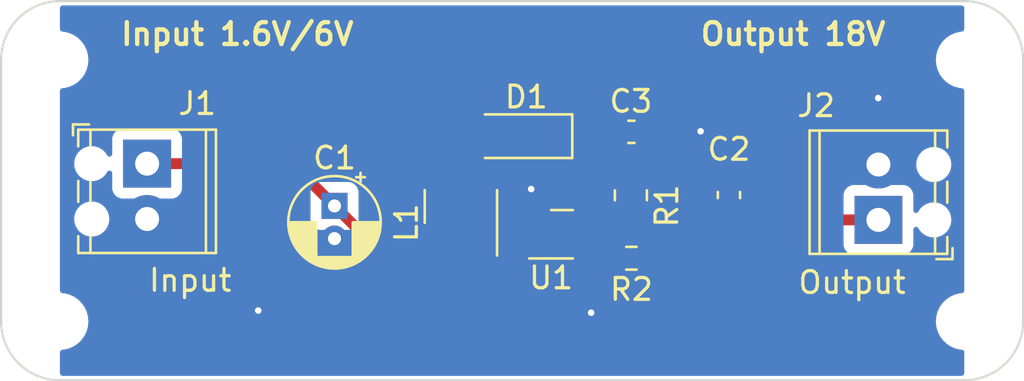
<source format=kicad_pcb>
(kicad_pcb (version 20221018) (generator pcbnew)
  (layers (0 "F.Cu" signal) (31 "B.Cu" power) (34 "B.Paste" user) (35 "F.Paste" user) (36 "B.SilkS" user "B.Silkscreen") (37 "F.SilkS" user "F.Silkscreen") (38 "B.Mask" user) (39 "F.Mask" user) (44 "Edge.Cuts" user))
  (net 0 "")
  (net 1 "VCC")
  (net 2 "GND")
  (net 3 "+18V")
  (net 4 "Net-(U1-FB)")
  (net 5 "Net-(D1-A)")
  (footprint "TerminalBlock_Phoenix:TerminalBlock_Phoenix_MPT-0,5-2-2.54_1x02_P2.54mm_Horizontal" (layer "F.Cu") (at 136 92.26 -90)
    (fp_text reference "J1" (at -2.76 -2.3) (layer "F.SilkS"))
    (fp_text value "Input" hide)
    (fp_line (start -1.8 2.66) (end -1.8 3.4) (stroke (width 0.12)) (layer "F.SilkS"))
    (fp_line (start -1.8 3.4) (end -1.3 3.4) (stroke (width 0.12)) (layer "F.SilkS"))
    (fp_line (start -1.56 -3.16) (end -1.56 3.16) (stroke (width 0.12)) (layer "F.SilkS"))
    (fp_line (start -1.56 -3.16) (end 4.1 -3.16) (stroke (width 0.12)) (layer "F.SilkS"))
    (fp_line (start -1.56 -2.7) (end 4.1 -2.7) (stroke (width 0.12)) (layer "F.SilkS"))
    (fp_line (start -1.56 2.6) (end -0.79 2.6) (stroke (width 0.12)) (layer "F.SilkS"))
    (fp_line (start -1.56 3.16) (end -0.79 3.16) (stroke (width 0.12)) (layer "F.SilkS"))
    (fp_line (start 0.79 2.6) (end 1.75 2.6) (stroke (width 0.12)) (layer "F.SilkS"))
    (fp_line (start 0.79 3.16) (end 1.75 3.16) (stroke (width 0.12)) (layer "F.SilkS"))
    (fp_line (start 3.33 2.6) (end 4.1 2.6) (stroke (width 0.12)) (layer "F.SilkS"))
    (fp_line (start 3.33 3.16) (end 4.1 3.16) (stroke (width 0.12)) (layer "F.SilkS"))
    (fp_line (start 4.1 -3.16) (end 4.1 3.16) (stroke (width 0.12)) (layer "F.SilkS"))
    (pad "" np_thru_hole circle (at 0 2.54 270) (size 1.1 1.1) (drill 1.1) (layers "*.Cu" "*.Mask"))
    (pad "" np_thru_hole circle (at 2.54 2.54 270) (size 1.1 1.1) (drill 1.1) (layers "*.Cu" "*.Mask"))
    (pad "1" thru_hole rect (at 0 0 270) (size 2.2 2.2) (drill 1.1) (layers "*.Cu" "*.Mask") (net 1 "VCC"))
    (pad "2" thru_hole circle (at 2.54 0 270) (size 2.2 2.2) (drill 1.1) (layers "*.Cu" "*.Mask") (net 2 "GND"))
  )
  (footprint "Capacitor_THT:CP_Radial_D4.0mm_P1.50mm" (layer "F.Cu") (at 144.6 94.2 -90)
    (fp_text reference "C1" (at -2.2 0 -180) (layer "F.SilkS"))
    (fp_text value "4.7uF" hide)
    (fp_line (start -1.519801 -1.195) (end -1.119801 -1.195) (stroke (width 0.12)) (layer "F.SilkS"))
    (fp_line (start -1.319801 -1.395) (end -1.319801 -0.995) (stroke (width 0.12)) (layer "F.SilkS"))
    (fp_line (start 0.75 -2.08) (end 0.75 -0.84) (stroke (width 0.12)) (layer "F.SilkS"))
    (fp_line (start 0.75 0.84) (end 0.75 2.08) (stroke (width 0.12)) (layer "F.SilkS"))
    (fp_line (start 0.79 -2.08) (end 0.79 -0.84) (stroke (width 0.12)) (layer "F.SilkS"))
    (fp_line (start 0.79 0.84) (end 0.79 2.08) (stroke (width 0.12)) (layer "F.SilkS"))
    (fp_line (start 0.83 -2.079) (end 0.83 -0.84) (stroke (width 0.12)) (layer "F.SilkS"))
    (fp_line (start 0.83 0.84) (end 0.83 2.079) (stroke (width 0.12)) (layer "F.SilkS"))
    (fp_line (start 0.87 -2.077) (end 0.87 -0.84) (stroke (width 0.12)) (layer "F.SilkS"))
    (fp_line (start 0.87 0.84) (end 0.87 2.077) (stroke (width 0.12)) (layer "F.SilkS"))
    (fp_line (start 0.91 -2.074) (end 0.91 -0.84) (stroke (width 0.12)) (layer "F.SilkS"))
    (fp_line (start 0.91 0.84) (end 0.91 2.074) (stroke (width 0.12)) (layer "F.SilkS"))
    (fp_line (start 0.95 -2.071) (end 0.95 -0.84) (stroke (width 0.12)) (layer "F.SilkS"))
    (fp_line (start 0.95 0.84) (end 0.95 2.071) (stroke (width 0.12)) (layer "F.SilkS"))
    (fp_line (start 0.99 -2.067) (end 0.99 -0.84) (stroke (width 0.12)) (layer "F.SilkS"))
    (fp_line (start 0.99 0.84) (end 0.99 2.067) (stroke (width 0.12)) (layer "F.SilkS"))
    (fp_line (start 1.03 -2.062) (end 1.03 -0.84) (stroke (width 0.12)) (layer "F.SilkS"))
    (fp_line (start 1.03 0.84) (end 1.03 2.062) (stroke (width 0.12)) (layer "F.SilkS"))
    (fp_line (start 1.07 -2.056) (end 1.07 -0.84) (stroke (width 0.12)) (layer "F.SilkS"))
    (fp_line (start 1.07 0.84) (end 1.07 2.056) (stroke (width 0.12)) (layer "F.SilkS"))
    (fp_line (start 1.11 -2.05) (end 1.11 -0.84) (stroke (width 0.12)) (layer "F.SilkS"))
    (fp_line (start 1.11 0.84) (end 1.11 2.05) (stroke (width 0.12)) (layer "F.SilkS"))
    (fp_line (start 1.15 -2.042) (end 1.15 -0.84) (stroke (width 0.12)) (layer "F.SilkS"))
    (fp_line (start 1.15 0.84) (end 1.15 2.042) (stroke (width 0.12)) (layer "F.SilkS"))
    (fp_line (start 1.19 -2.034) (end 1.19 -0.84) (stroke (width 0.12)) (layer "F.SilkS"))
    (fp_line (start 1.19 0.84) (end 1.19 2.034) (stroke (width 0.12)) (layer "F.SilkS"))
    (fp_line (start 1.23 -2.025) (end 1.23 -0.84) (stroke (width 0.12)) (layer "F.SilkS"))
    (fp_line (start 1.23 0.84) (end 1.23 2.025) (stroke (width 0.12)) (layer "F.SilkS"))
    (fp_line (start 1.27 -2.016) (end 1.27 -0.84) (stroke (width 0.12)) (layer "F.SilkS"))
    (fp_line (start 1.27 0.84) (end 1.27 2.016) (stroke (width 0.12)) (layer "F.SilkS"))
    (fp_line (start 1.31 -2.005) (end 1.31 -0.84) (stroke (width 0.12)) (layer "F.SilkS"))
    (fp_line (start 1.31 0.84) (end 1.31 2.005) (stroke (width 0.12)) (layer "F.SilkS"))
    (fp_line (start 1.35 -1.994) (end 1.35 -0.84) (stroke (width 0.12)) (layer "F.SilkS"))
    (fp_line (start 1.35 0.84) (end 1.35 1.994) (stroke (width 0.12)) (layer "F.SilkS"))
    (fp_line (start 1.39 -1.982) (end 1.39 -0.84) (stroke (width 0.12)) (layer "F.SilkS"))
    (fp_line (start 1.39 0.84) (end 1.39 1.982) (stroke (width 0.12)) (layer "F.SilkS"))
    (fp_line (start 1.43 -1.968) (end 1.43 -0.84) (stroke (width 0.12)) (layer "F.SilkS"))
    (fp_line (start 1.43 0.84) (end 1.43 1.968) (stroke (width 0.12)) (layer "F.SilkS"))
    (fp_line (start 1.471 -1.954) (end 1.471 -0.84) (stroke (width 0.12)) (layer "F.SilkS"))
    (fp_line (start 1.471 0.84) (end 1.471 1.954) (stroke (width 0.12)) (layer "F.SilkS"))
    (fp_line (start 1.511 -1.94) (end 1.511 -0.84) (stroke (width 0.12)) (layer "F.SilkS"))
    (fp_line (start 1.511 0.84) (end 1.511 1.94) (stroke (width 0.12)) (layer "F.SilkS"))
    (fp_line (start 1.551 -1.924) (end 1.551 -0.84) (stroke (width 0.12)) (layer "F.SilkS"))
    (fp_line (start 1.551 0.84) (end 1.551 1.924) (stroke (width 0.12)) (layer "F.SilkS"))
    (fp_line (start 1.591 -1.907) (end 1.591 -0.84) (stroke (width 0.12)) (layer "F.SilkS"))
    (fp_line (start 1.591 0.84) (end 1.591 1.907) (stroke (width 0.12)) (layer "F.SilkS"))
    (fp_line (start 1.631 -1.889) (end 1.631 -0.84) (stroke (width 0.12)) (layer "F.SilkS"))
    (fp_line (start 1.631 0.84) (end 1.631 1.889) (stroke (width 0.12)) (layer "F.SilkS"))
    (fp_line (start 1.671 -1.87) (end 1.671 -0.84) (stroke (width 0.12)) (layer "F.SilkS"))
    (fp_line (start 1.671 0.84) (end 1.671 1.87) (stroke (width 0.12)) (layer "F.SilkS"))
    (fp_line (start 1.711 -1.851) (end 1.711 -0.84) (stroke (width 0.12)) (layer "F.SilkS"))
    (fp_line (start 1.711 0.84) (end 1.711 1.851) (stroke (width 0.12)) (layer "F.SilkS"))
    (fp_line (start 1.751 -1.83) (end 1.751 -0.84) (stroke (width 0.12)) (layer "F.SilkS"))
    (fp_line (start 1.751 0.84) (end 1.751 1.83) (stroke (width 0.12)) (layer "F.SilkS"))
    (fp_line (start 1.791 -1.808) (end 1.791 -0.84) (stroke (width 0.12)) (layer "F.SilkS"))
    (fp_line (start 1.791 0.84) (end 1.791 1.808) (stroke (width 0.12)) (layer "F.SilkS"))
    (fp_line (start 1.831 -1.785) (end 1.831 -0.84) (stroke (width 0.12)) (layer "F.SilkS"))
    (fp_line (start 1.831 0.84) (end 1.831 1.785) (stroke (width 0.12)) (layer "F.SilkS"))
    (fp_line (start 1.871 -1.76) (end 1.871 -0.84) (stroke (width 0.12)) (layer "F.SilkS"))
    (fp_line (start 1.871 0.84) (end 1.871 1.76) (stroke (width 0.12)) (layer "F.SilkS"))
    (fp_line (start 1.911 -1.735) (end 1.911 -0.84) (stroke (width 0.12)) (layer "F.SilkS"))
    (fp_line (start 1.911 0.84) (end 1.911 1.735) (stroke (width 0.12)) (layer "F.SilkS"))
    (fp_line (start 1.951 -1.708) (end 1.951 -0.84) (stroke (width 0.12)) (layer "F.SilkS"))
    (fp_line (start 1.951 0.84) (end 1.951 1.708) (stroke (width 0.12)) (layer "F.SilkS"))
    (fp_line (start 1.991 -1.68) (end 1.991 -0.84) (stroke (width 0.12)) (layer "F.SilkS"))
    (fp_line (start 1.991 0.84) (end 1.991 1.68) (stroke (width 0.12)) (layer "F.SilkS"))
    (fp_line (start 2.031 -1.65) (end 2.031 -0.84) (stroke (width 0.12)) (layer "F.SilkS"))
    (fp_line (start 2.031 0.84) (end 2.031 1.65) (stroke (width 0.12)) (layer "F.SilkS"))
    (fp_line (start 2.071 -1.619) (end 2.071 -0.84) (stroke (width 0.12)) (layer "F.SilkS"))
    (fp_line (start 2.071 0.84) (end 2.071 1.619) (stroke (width 0.12)) (layer "F.SilkS"))
    (fp_line (start 2.111 -1.587) (end 2.111 -0.84) (stroke (width 0.12)) (layer "F.SilkS"))
    (fp_line (start 2.111 0.84) (end 2.111 1.587) (stroke (width 0.12)) (layer "F.SilkS"))
    (fp_line (start 2.151 -1.552) (end 2.151 -0.84) (stroke (width 0.12)) (layer "F.SilkS"))
    (fp_line (start 2.151 0.84) (end 2.151 1.552) (stroke (width 0.12)) (layer "F.SilkS"))
    (fp_line (start 2.191 -1.516) (end 2.191 -0.84) (stroke (width 0.12)) (layer "F.SilkS"))
    (fp_line (start 2.191 0.84) (end 2.191 1.516) (stroke (width 0.12)) (layer "F.SilkS"))
    (fp_line (start 2.231 -1.478) (end 2.231 -0.84) (stroke (width 0.12)) (layer "F.SilkS"))
    (fp_line (start 2.231 0.84) (end 2.231 1.478) (stroke (width 0.12)) (layer "F.SilkS"))
    (fp_line (start 2.271 -1.438) (end 2.271 -0.84) (stroke (width 0.12)) (layer "F.SilkS"))
    (fp_line (start 2.271 0.84) (end 2.271 1.438) (stroke (width 0.12)) (layer "F.SilkS"))
    (fp_line (start 2.311 -1.396) (end 2.311 -0.84) (stroke (width 0.12)) (layer "F.SilkS"))
    (fp_line (start 2.311 0.84) (end 2.311 1.396) (stroke (width 0.12)) (layer "F.SilkS"))
    (fp_line (start 2.351 -1.351) (end 2.351 1.351) (stroke (width 0.12)) (layer "F.SilkS"))
    (fp_line (start 2.391 -1.304) (end 2.391 1.304) (stroke (width 0.12)) (layer "F.SilkS"))
    (fp_line (start 2.431 -1.254) (end 2.431 1.254) (stroke (width 0.12)) (layer "F.SilkS"))
    (fp_line (start 2.471 -1.2) (end 2.471 1.2) (stroke (width 0.12)) (layer "F.SilkS"))
    (fp_line (start 2.511 -1.142) (end 2.511 1.142) (stroke (width 0.12)) (layer "F.SilkS"))
    (fp_line (start 2.551 -1.08) (end 2.551 1.08) (stroke (width 0.12)) (layer "F.SilkS"))
    (fp_line (start 2.591 -1.013) (end 2.591 1.013) (stroke (width 0.12)) (layer "F.SilkS"))
    (fp_line (start 2.631 -0.94) (end 2.631 0.94) (stroke (width 0.12)) (layer "F.SilkS"))
    (fp_line (start 2.671 -0.859) (end 2.671 0.859) (stroke (width 0.12)) (layer "F.SilkS"))
    (fp_line (start 2.711 -0.768) (end 2.711 0.768) (stroke (width 0.12)) (layer "F.SilkS"))
    (fp_line (start 2.751 -0.664) (end 2.751 0.664) (stroke (width 0.12)) (layer "F.SilkS"))
    (fp_line (start 2.791 -0.537) (end 2.791 0.537) (stroke (width 0.12)) (layer "F.SilkS"))
    (fp_line (start 2.831 -0.37) (end 2.831 0.37) (stroke (width 0.12)) (layer "F.SilkS"))
    (fp_circle (center 0.75 0) (end 2.87 0) (stroke (width 0.12)) (fill none) (layer "F.SilkS"))
    (pad "1" thru_hole rect (at 0 0 270) (size 1.2 1.2) (drill 0.6) (layers "*.Cu" "*.Mask") (net 1 "VCC"))
    (pad "2" thru_hole circle (at 1.5 0 270) (size 1.2 1.2) (drill 0.6) (layers "*.Cu" "*.Mask") (net 2 "GND"))
  )
  (footprint "MountingHole:MountingHole_2.1mm" (layer "F.Cu") (at 173.5 99.5)
    (fp_text reference "H3" hide)
    (fp_text value "MountingHole" hide)
    (pad "" np_thru_hole circle (at 0 0) (size 2.1 2.1) (drill 2.1) (layers "*.Cu" "*.Mask"))
  )
  (footprint "Capacitor_SMD:C_0603_1608Metric" (layer "F.Cu") (at 158.225 90.8)
    (fp_text reference "C3" (at -0.025 -1.4) (layer "F.SilkS"))
    (fp_text value "1uF" hide)
    (fp_line (start -0.14058 -0.51) (end 0.14058 -0.51) (stroke (width 0.12)) (layer "F.SilkS"))
    (fp_line (start -0.14058 0.51) (end 0.14058 0.51) (stroke (width 0.12)) (layer "F.SilkS"))
    (pad "1" smd roundrect (at -0.775 0) (size 0.9 0.95) (layers "F.Cu" "F.Paste" "F.Mask") (net 3 "+18V"))
    (pad "2" smd roundrect (at 0.775 0) (size 0.9 0.95) (layers "F.Cu" "F.Paste" "F.Mask") (net 2 "GND"))
  )
  (footprint "MountingHole:MountingHole_2.1mm" (layer "F.Cu") (at 173.5 87.5)
    (fp_text reference "H4" hide)
    (fp_text value "MountingHole" hide)
    (pad "" np_thru_hole circle (at 0 0) (size 2.1 2.1) (drill 2.1) (layers "*.Cu" "*.Mask"))
  )
  (footprint "Package_SON:WSON-6-1EP_2x2mm_P0.65mm_EP1x1.6mm" (layer "F.Cu") (at 154.5375 95.5)
    (fp_text reference "U1" (at 0 2) (layer "F.SilkS"))
    (fp_text value "TPS61040DRV" hide)
    (fp_line (start -1 1.11) (end 1 1.11) (stroke (width 0.12)) (layer "F.SilkS"))
    (fp_line (start 0 -1.11) (end 1 -1.11) (stroke (width 0.12)) (layer "F.SilkS"))
    (pad "" smd rect (at 0 0) (size 1 1.6) (layers "F.Cu"))
    (pad "1" smd roundrect (at -0.8875 -0.65) (size 0.375 0.4) (layers "F.Cu" "F.Paste" "F.Mask") (net 2 "GND"))
    (pad "2" smd roundrect (at -0.8875 0) (size 0.375 0.4) (layers "F.Cu" "F.Paste" "F.Mask") (net 1 "VCC"))
    (pad "3" smd roundrect (at -0.8875 0.65) (size 0.375 0.4) (layers "F.Cu" "F.Paste" "F.Mask") (net 1 "VCC"))
    (pad "4" smd roundrect (at 0.8875 0.65) (size 0.375 0.4) (layers "F.Cu" "F.Paste" "F.Mask") (net 4 "Net-(U1-FB)"))
    (pad "5" smd roundrect (at 0.8875 0) (size 0.375 0.4) (layers "F.Cu" "F.Paste" "F.Mask"))
    (pad "6" smd roundrect (at 0.8875 -0.65) (size 0.375 0.4) (layers "F.Cu" "F.Paste" "F.Mask") (net 5 "Net-(D1-A)"))
  )
  (footprint "Diode_SMD:D_SOD-123" (layer "F.Cu") (at 153.15 91 180)
    (fp_text reference "D1" (at -0.25 1.8) (layer "F.SilkS"))
    (fp_text value "MBR0530" hide)
    (fp_line (start -2.36 -1) (end -2.36 1) (stroke (width 0.12)) (layer "F.SilkS"))
    (fp_line (start -2.36 -1) (end 1.65 -1) (stroke (width 0.12)) (layer "F.SilkS"))
    (fp_line (start -2.36 1) (end 1.65 1) (stroke (width 0.12)) (layer "F.SilkS"))
    (pad "1" smd roundrect (at -1.65 0 180) (size 0.9 1.2) (layers "F.Cu" "F.Paste" "F.Mask") (net 3 "+18V"))
    (pad "2" smd roundrect (at 1.65 0 180) (size 0.9 1.2) (layers "F.Cu" "F.Paste" "F.Mask") (net 5 "Net-(D1-A)"))
  )
  (footprint "TerminalBlock_Phoenix:TerminalBlock_Phoenix_MPT-0,5-2-2.54_1x02_P2.54mm_Horizontal" (layer "F.Cu") (at 169.56 94.84 90)
    (fp_text reference "J2" (at 5.24 -2.86 180) (layer "F.SilkS"))
    (fp_text value "Output" hide)
    (fp_line (start -1.8 2.66) (end -1.8 3.4) (stroke (width 0.12)) (layer "F.SilkS"))
    (fp_line (start -1.8 3.4) (end -1.3 3.4) (stroke (width 0.12)) (layer "F.SilkS"))
    (fp_line (start -1.56 -3.16) (end -1.56 3.16) (stroke (width 0.12)) (layer "F.SilkS"))
    (fp_line (start -1.56 -3.16) (end 4.1 -3.16) (stroke (width 0.12)) (layer "F.SilkS"))
    (fp_line (start -1.56 -2.7) (end 4.1 -2.7) (stroke (width 0.12)) (layer "F.SilkS"))
    (fp_line (start -1.56 2.6) (end -0.79 2.6) (stroke (width 0.12)) (layer "F.SilkS"))
    (fp_line (start -1.56 3.16) (end -0.79 3.16) (stroke (width 0.12)) (layer "F.SilkS"))
    (fp_line (start 0.79 2.6) (end 1.75 2.6) (stroke (width 0.12)) (layer "F.SilkS"))
    (fp_line (start 0.79 3.16) (end 1.75 3.16) (stroke (width 0.12)) (layer "F.SilkS"))
    (fp_line (start 3.33 2.6) (end 4.1 2.6) (stroke (width 0.12)) (layer "F.SilkS"))
    (fp_line (start 3.33 3.16) (end 4.1 3.16) (stroke (width 0.12)) (layer "F.SilkS"))
    (fp_line (start 4.1 -3.16) (end 4.1 3.16) (stroke (width 0.12)) (layer "F.SilkS"))
    (pad "" np_thru_hole circle (at 0 2.54 90) (size 1.1 1.1) (drill 1.1) (layers "*.Cu" "*.Mask"))
    (pad "" np_thru_hole circle (at 2.54 2.54 90) (size 1.1 1.1) (drill 1.1) (layers "*.Cu" "*.Mask"))
    (pad "1" thru_hole rect (at 0 0 90) (size 2.2 2.2) (drill 1.1) (layers "*.Cu" "*.Mask") (net 3 "+18V"))
    (pad "2" thru_hole circle (at 2.54 0 90) (size 2.2 2.2) (drill 1.1) (layers "*.Cu" "*.Mask") (net 2 "GND"))
  )
  (footprint "MountingHole:MountingHole_2.1mm" (layer "F.Cu") (at 132 87.5)
    (fp_text reference "H1" hide)
    (fp_text value "MountingHole" hide)
    (pad "" np_thru_hole circle (at 0 0) (size 2.1 2.1) (drill 2.1) (layers "*.Cu" "*.Mask"))
  )
  (footprint "MountingHole:MountingHole_2.1mm" (layer "F.Cu") (at 132 99.5)
    (fp_text reference "H2" hide)
    (fp_text value "MountingHole" hide)
    (pad "" np_thru_hole circle (at 0 0) (size 2.1 2.1) (drill 2.1) (layers "*.Cu" "*.Mask"))
  )
  (footprint "Inductor_SMD_Wurth:L_Wurth_WE-LQSH-3012" (layer "F.Cu") (at 150.4 94.975 90)
    (fp_text reference "L1" (at 0 -2.5 90 unlocked) (layer "F.SilkS"))
    (fp_text value "10uH" hide)
    (fp_line (start -1.5 1.66) (end 1.5 1.66) (stroke (width 0.12)) (layer "F.SilkS"))
    (fp_line (start 0 -1.66) (end 1.5 -1.66) (stroke (width 0.12)) (layer "F.SilkS"))
    (pad "1" smd rect (at -1.175 0 90) (size 0.85 2.8) (layers "F.Cu" "F.Paste" "F.Mask") (net 1 "VCC"))
    (pad "2" smd rect (at 1.175 0 90) (size 0.85 2.8) (layers "F.Cu" "F.Paste" "F.Mask") (net 5 "Net-(D1-A)"))
  )
  (footprint "Resistor_SMD:R_0603_1608Metric" (layer "F.Cu") (at 158.225 96.6 180)
    (fp_text reference "R2" (at 0 -1.43) (layer "F.SilkS"))
    (fp_text value "160k" hide)
    (fp_line (start -0.237258 -0.5225) (end 0.237258 -0.5225) (stroke (width 0.12)) (layer "F.SilkS"))
    (fp_line (start -0.237258 0.5225) (end 0.237258 0.5225) (stroke (width 0.12)) (layer "F.SilkS"))
    (pad "1" smd roundrect (at -0.825 0 180) (size 0.8 0.95) (layers "F.Cu" "F.Paste" "F.Mask") (net 4 "Net-(U1-FB)"))
    (pad "2" smd roundrect (at 0.825 0 180) (size 0.8 0.95) (layers "F.Cu" "F.Paste" "F.Mask") (net 2 "GND"))
  )
  (footprint "Resistor_SMD:R_0805_2012Metric" (layer "F.Cu") (at 158.2 93.7125 -90)
    (fp_text reference "R1" (at 0.4875 -1.65 90) (layer "F.SilkS"))
    (fp_text value "2.2M" hide)
    (fp_line (start -0.227064 -0.735) (end 0.227064 -0.735) (stroke (width 0.12)) (layer "F.SilkS"))
    (fp_line (start -0.227064 0.735) (end 0.227064 0.735) (stroke (width 0.12)) (layer "F.SilkS"))
    (pad "1" smd roundrect (at -0.9125 0 270) (size 1.025 1.4) (layers "F.Cu" "F.Paste" "F.Mask") (roundrect_rratio 0.243902) (net 3 "+18V"))
    (pad "2" smd roundrect (at 0.9125 0 270) (size 1.025 1.4) (layers "F.Cu" "F.Paste" "F.Mask") (roundrect_rratio 0.243902) (net 4 "Net-(U1-FB)"))
  )
  (footprint "Capacitor_SMD:C_0603_1608Metric" (layer "F.Cu") (at 162.7 93.7 -90)
    (fp_text reference "C2" (at -2.1 0 -180) (layer "F.SilkS"))
    (fp_text value "22pF" hide)
    (fp_line (start -0.14058 -0.51) (end 0.14058 -0.51) (stroke (width 0.12)) (layer "F.SilkS"))
    (fp_line (start -0.14058 0.51) (end 0.14058 0.51) (stroke (width 0.12)) (layer "F.SilkS"))
    (pad "1" smd roundrect (at -0.775 0 270) (size 0.9 0.95) (layers "F.Cu" "F.Paste" "F.Mask") (net 3 "+18V"))
    (pad "2" smd roundrect (at 0.775 0 270) (size 0.9 0.95) (layers "F.Cu" "F.Paste" "F.Mask") (net 4 "Net-(U1-FB)"))
  )
  (gr_line (start 129.3 99.5) (end 129.3 87.5) (stroke (width 0.1)) (layer "Edge.Cuts"))
  (gr_line (start 132 84.8) (end 173.5 84.8) (stroke (width 0.1)) (layer "Edge.Cuts"))
  (gr_arc (start 173.5 84.8) (mid 175.409188 85.590812) (end 176.2 87.5) (stroke (width 0.1)) (layer "Edge.Cuts"))
  (gr_arc (start 132 102.2) (mid 130.090812 101.409188) (end 129.3 99.5) (stroke (width 0.1)) (layer "Edge.Cuts"))
  (gr_arc (start 129.3 87.5) (mid 130.090812 85.590812) (end 132 84.8) (stroke (width 0.1)) (layer "Edge.Cuts"))
  (gr_line (start 173.5 102.2) (end 132 102.2) (stroke (width 0.1)) (layer "Edge.Cuts"))
  (gr_line (start 176.2 87.5) (end 176.2 99.5) (stroke (width 0.1)) (layer "Edge.Cuts"))
  (gr_arc (start 176.2 99.5) (mid 175.409188 101.409188) (end 173.5 102.2) (stroke (width 0.1)) (layer "Edge.Cuts"))
  (gr_text "Input 1.6V/6V" (at 134.7 86.9) (layer "F.SilkS") (effects (font (size 1 1) (thickness 0.2) bold) (justify left bottom)))
  (gr_text "Output" (at 165.8 98.3) (layer "F.SilkS") (effects (font (size 1 1)) (justify left bottom)))
  (gr_text "Output 18V" (at 161.3 86.9) (layer "F.SilkS") (effects (font (size 1 1) (thickness 0.2) bold) (justify left bottom)))
  (gr_text "Input" (at 136 98.2) (layer "F.SilkS") (effects (font (size 1 1)) (justify left bottom)))
  (segment (start 148.5 98.1) (end 150.2 98.1) (width 0.5) (layer "F.Cu") (net 1))
  (segment (start 142.66 92.26) (end 144.6 94.2) (width 0.5) (layer "F.Cu") (net 1))
  (segment (start 150.4 97.9) (end 150.4 96.15) (width 0.5) (layer "F.Cu") (net 1))
  (segment (start 152.75 96.15) (end 153.5875 96.15) (width 0.5) (layer "F.Cu") (net 1))
  (segment (start 150.4 96.15) (end 152.75 96.15) (width 0.5) (layer "F.Cu") (net 1))
  (segment (start 136 92.26) (end 142.66 92.26) (width 0.5) (layer "F.Cu") (net 1))
  (segment (start 152.75 96.15) (end 152.75 95.5) (width 0.5) (layer "F.Cu") (net 1))
  (segment (start 144.6 94.2) (end 148.5 98.1) (width 0.5) (layer "F.Cu") (net 1))
  (segment (start 152.75 95.5) (end 153.5875 95.5) (width 0.5) (layer "F.Cu") (net 1))
  (segment (start 150.2 98.1) (end 150.4 97.9) (width 0.5) (layer "F.Cu") (net 1))
  (segment (start 153.65 94.85) (end 153.65 93.4) (width 0.3) (layer "F.Cu") (net 2))
  (segment (start 156.925 96.6) (end 156.425 97.1) (width 0.3) (layer "F.Cu") (net 2))
  (segment (start 161.375 90.8) (end 161.4 90.775) (width 0.3) (layer "F.Cu") (net 2))
  (segment (start 156.425 99.05) (end 156.375 99.1) (width 0.3) (layer "F.Cu") (net 2))
  (segment (start 141.1 95.7) (end 141.1 99) (width 0.3) (layer "F.Cu") (net 2))
  (segment (start 153.65 93.4) (end 153.625 93.425) (width 0.3) (layer "F.Cu") (net 2))
  (segment (start 136 94.8) (end 141.1 94.8) (width 0.3) (layer "F.Cu") (net 2))
  (segment (start 169.56 89.26) (end 169.55 89.25) (width 0.3) (layer "F.Cu") (net 2))
  (segment (start 157.4 96.6) (end 156.925 96.6) (width 0.3) (layer "F.Cu") (net 2))
  (segment (start 141.1 99) (end 141.3 99) (width 0.3) (layer "F.Cu") (net 2))
  (segment (start 144.6 95.7) (end 141.1 95.7) (width 0.3) (layer "F.Cu") (net 2))
  (segment (start 169.56 92.3) (end 169.56 89.26) (width 0.3) (layer "F.Cu") (net 2))
  (segment (start 141.1 94.8) (end 141.1 95.7) (width 0.3) (layer "F.Cu") (net 2))
  (segment (start 156.425 97.1) (end 156.425 99.05) (width 0.3) (layer "F.Cu") (net 2))
  (segment (start 159 90.8) (end 161.3 90.8) (width 0.3) (layer "F.Cu") (net 2))
  (segment (start 161.3 90.8) (end 161.375 90.8) (width 0.3) (layer "F.Cu") (net 2))
  (via (at 153.625 93.425) (size 0.7) (drill 0.3) (layers "F.Cu" "B.Cu") (net 2))
  (via (at 161.4 90.775) (size 0.7) (drill 0.3) (layers "F.Cu" "B.Cu") (net 2))
  (via (at 169.55 89.25) (size 0.7) (drill 0.3) (layers "F.Cu" "B.Cu") (net 2))
  (via (at 156.375 99.1) (size 0.7) (drill 0.3) (layers "F.Cu" "B.Cu") (net 2))
  (via (at 141.1 99) (size 0.7) (drill 0.3) (layers "F.Cu" "B.Cu") (net 2))
  (segment (start 158.2 92.8) (end 162.575 92.8) (width 0.5) (layer "F.Cu") (net 3))
  (segment (start 156.2 91) (end 157.25 91) (width 0.5) (layer "F.Cu") (net 3))
  (segment (start 154.8 91) (end 156.2 91) (width 0.5) (layer "F.Cu") (net 3))
  (segment (start 164.615 94.84) (end 162.7 92.925) (width 0.5) (layer "F.Cu") (net 3))
  (segment (start 169.56 94.84) (end 164.615 94.84) (width 0.5) (layer "F.Cu") (net 3))
  (segment (start 162.575 92.8) (end 162.7 92.925) (width 0.5) (layer "F.Cu") (net 3))
  (segment (start 156.2 92.8) (end 156.2 91) (width 0.5) (layer "F.Cu") (net 3))
  (segment (start 157.25 91) (end 157.45 90.8) (width 0.5) (layer "F.Cu") (net 3))
  (segment (start 158.2 92.8) (end 156.2 92.8) (width 0.5) (layer "F.Cu") (net 3))
  (segment (start 155.425 96.15) (end 156.225 96.15) (width 0.3) (layer "F.Cu") (net 4))
  (segment (start 159.05 96.6) (end 159.05 95.475) (width 0.3) (layer "F.Cu") (net 4))
  (segment (start 162.6 94.575) (end 162.7 94.475) (width 0.3) (layer "F.Cu") (net 4))
  (segment (start 156.375 94.625) (end 158.2 94.625) (width 0.3) (layer "F.Cu") (net 4))
  (segment (start 159.05 96.6) (end 162.6 96.6) (width 0.3) (layer "F.Cu") (net 4))
  (segment (start 159.05 95.475) (end 158.2 94.625) (width 0.3) (layer "F.Cu") (net 4))
  (segment (start 156.225 96.15) (end 156.225 94.775) (width 0.3) (layer "F.Cu") (net 4))
  (segment (start 156.225 94.775) (end 156.375 94.625) (width 0.3) (layer "F.Cu") (net 4))
  (segment (start 162.6 96.6) (end 162.6 94.575) (width 0.3) (layer "F.Cu") (net 4))
  (segment (start 150.425 92.6) (end 150.4 92.575) (width 0.3) (layer "F.Cu") (net 5))
  (segment (start 150.4 93.8) (end 150.4 92.575) (width 0.3) (layer "F.Cu") (net 5))
  (segment (start 155.425 92.6) (end 150.425 92.6) (width 0.3) (layer "F.Cu") (net 5))
  (segment (start 150.4 92.575) (end 150.4 92.1) (width 0.3) (layer "F.Cu") (net 5))
  (segment (start 155.425 94.85) (end 155.425 92.6) (width 0.3) (layer "F.Cu") (net 5))
  (segment (start 150.4 92.1) (end 151.5 91) (width 0.3) (layer "F.Cu") (net 5))
  (zone (net 2) (net_name "GND") (layer "B.Cu") (connect_pads yes (clearance 0.5)) (min_thickness 0.25) (fill yes (thermal_gap 0.5) (thermal_bridge_width 0.5))
    (polygon (pts (xy 132 102) (xy 173.5 102) (xy 173.5 99.5) (xy 173.5 87.5) (xy 173.5 85) (xy 132 85) (xy 132 87.6)))
  )
)
</source>
